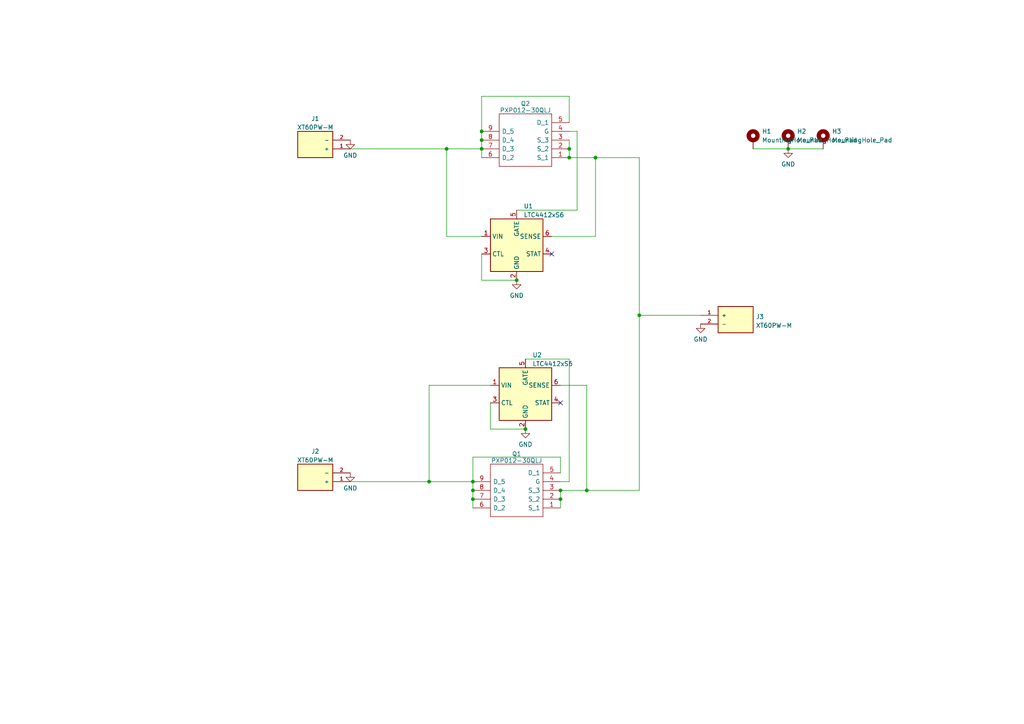
<source format=kicad_sch>
(kicad_sch (version 20230121) (generator eeschema)
  (paper "A4")
  (lib_symbols
    (symbol "Mechanical:MountingHole_Pad" (pin_numbers hide) (pin_names (offset 1.016) hide)
      (property "Reference" "H" (at 0 6.35 0))
      (property "Value" "MountingHole_Pad" (at 0 4.445 0))
      (symbol "MountingHole_Pad_0_1"
        (circle (center 0 1.27) (radius 1.27) (stroke (width 1.27)))
      )
      (symbol "MountingHole_Pad_1_1"
        (pin input line (at 0 -2.54 90) (length 2.54) (name "1") (number "1"))
      )
    )
    (symbol "Power_Management:LTC4412xS6"
      (property "Reference" "U" (at -6.35 8.89 0))
      (property "Value" "LTC4412xS6" (at 6.35 8.89 0))
      (symbol "LTC4412xS6_0_1"
        (rectangle (start -7.62 7.62) (end 7.62 -7.62) (stroke (width 0.254)) (fill (type background)))
      )
      (symbol "LTC4412xS6_1_1"
        (pin power_in line (at -10.16 2.54 0) (length 2.54) (name "VIN") (number "1"))
        (pin power_in line (at 0 -10.16 90) (length 2.54) (name "GND") (number "2"))
        (pin input line (at -10.16 -2.54 0) (length 2.54) (name "CTL") (number "3"))
        (pin open_collector line (at 10.16 -2.54 180) (length 2.54) (name "STAT") (number "4"))
        (pin output line (at 0 10.16 270) (length 2.54) (name "GATE") (number "5"))
        (pin input line (at 10.16 2.54 180) (length 2.54) (name "SENSE") (number "6"))
      )
    )
    (symbol "iclr:PXP012-30QLJ" (pin_names (offset 0.762))
      (property "Reference" "Q" (at 21.59 7.62 0))
      (property "Value" "PXP012-30QLJ" (at 21.59 5.08 0))
      (symbol "PXP012-30QLJ_0_0"
        (pin passive line (at 0 0 0) (length 5.08) (name "S_1") (number "1"))
        (pin passive line (at 0 -2.54 0) (length 5.08) (name "S_2") (number "2"))
        (pin passive line (at 0 -5.08 0) (length 5.08) (name "S_3") (number "3"))
        (pin passive line (at 0 -7.62 0) (length 5.08) (name "G") (number "4"))
        (pin passive line (at 0 -10.16 0) (length 5.08) (name "D_1") (number "5"))
        (pin passive line (at 25.4 0 180) (length 5.08) (name "D_2") (number "6"))
        (pin passive line (at 25.4 -2.54 180) (length 5.08) (name "D_3") (number "7"))
        (pin passive line (at 25.4 -5.08 180) (length 5.08) (name "D_4") (number "8"))
        (pin passive line (at 25.4 -7.62 180) (length 5.08) (name "D_5") (number "9"))
      )
      (symbol "PXP012-30QLJ_0_1"
        (polyline (pts (xy 5.08 2.54) (xy 20.32 2.54) (xy 20.32 -12.7) (xy 5.08 -12.7) (xy 5.08 2.54)) (stroke (width 0.1524)))
      )
    )
    (symbol "iclr:XT60PW-M" (pin_names (offset 1.016))
      (property "Reference" "J" (at -5.08 5.7234 0))
      (property "Value" "XT60PW-M" (at -5.08 -5.0923 0))
      (symbol "XT60PW-M_0_0"
        (rectangle (start -5.08 -2.54) (end 5.08 5.08) (stroke (width 0.254)) (fill (type background)))
        (pin passive line (at -10.16 2.54 0) (length 5.08) (name "+") (number "1"))
        (pin passive line (at -10.16 0 0) (length 5.08) (name "-") (number "2"))
      )
    )
    (symbol "power:GND" (power) (pin_names (offset 0))
      (property "Value" "GND" (at 0 -3.81 0))
      (symbol "GND_0_1"
        (polyline (pts (xy 0 0) (xy 0 -1.27) (xy 1.27 -1.27) (xy 0 -2.54) (xy -1.27 -1.27) (xy 0 -1.27)))
      )
      (symbol "GND_1_1"
        (pin power_in line (at 0 0 270) (length 0) hide (name "GND") (number "1"))
      )
    )
  )
  (junction (at 139.7 40.64))
  (junction (at 137.16 139.7))
  (junction (at 139.7 43.18))
  (junction (at 137.16 142.24))
  (junction (at 162.56 142.24))
  (junction (at 228.6 43.18))
  (junction (at 172.72 45.72))
  (junction (at 149.86 81.28))
  (junction (at 165.1 45.72))
  (junction (at 124.46 139.7))
  (junction (at 129.54 43.18))
  (junction (at 165.1 43.18))
  (junction (at 185.42 91.44))
  (junction (at 170.18 142.24))
  (junction (at 162.56 144.78))
  (junction (at 137.16 144.78))
  (junction (at 152.4 124.46))
  (junction (at 139.7 38.1))
  (no_connect (at 160.02 73.66))
  (no_connect (at 162.56 116.84))
  (wire (pts (xy 165.1 27.94) (xy 165.1 35.56)))
  (wire (pts (xy 172.72 45.72) (xy 185.42 45.72)))
  (wire (pts (xy 160.02 68.58) (xy 172.72 68.58)))
  (wire (pts (xy 139.7 68.58) (xy 129.54 68.58)))
  (wire (pts (xy 218.44 43.18) (xy 228.6 43.18)))
  (wire (pts (xy 142.24 116.84) (xy 142.24 124.46)))
  (wire (pts (xy 185.42 91.44) (xy 185.42 142.24)))
  (wire (pts (xy 101.6 139.7) (xy 124.46 139.7)))
  (wire (pts (xy 139.7 27.94) (xy 165.1 27.94)))
  (wire (pts (xy 185.42 45.72) (xy 185.42 91.44)))
  (wire (pts (xy 124.46 111.76) (xy 142.24 111.76)))
  (wire (pts (xy 152.4 104.14) (xy 165.1 104.14)))
  (wire (pts (xy 165.1 40.64) (xy 165.1 43.18)))
  (wire (pts (xy 139.7 40.64) (xy 139.7 43.18)))
  (wire (pts (xy 172.72 68.58) (xy 172.72 45.72)))
  (wire (pts (xy 170.18 111.76) (xy 170.18 142.24)))
  (wire (pts (xy 165.1 45.72) (xy 172.72 45.72)))
  (wire (pts (xy 170.18 142.24) (xy 185.42 142.24)))
  (wire (pts (xy 167.386 38.1) (xy 167.386 60.96)))
  (wire (pts (xy 137.16 144.78) (xy 137.16 147.32)))
  (wire (pts (xy 185.42 91.44) (xy 203.2 91.44)))
  (wire (pts (xy 139.7 43.18) (xy 139.7 45.72)))
  (wire (pts (xy 162.56 139.7) (xy 165.1 139.7)))
  (wire (pts (xy 165.1 43.18) (xy 165.1 45.72)))
  (wire (pts (xy 124.46 111.76) (xy 124.46 139.7)))
  (wire (pts (xy 137.16 139.7) (xy 137.16 142.24)))
  (wire (pts (xy 124.46 139.7) (xy 137.16 139.7)))
  (wire (pts (xy 142.24 124.46) (xy 152.4 124.46)))
  (wire (pts (xy 101.6 43.18) (xy 129.54 43.18)))
  (wire (pts (xy 162.56 137.16) (xy 162.56 132.588)))
  (wire (pts (xy 139.7 38.1) (xy 139.7 40.64)))
  (wire (pts (xy 165.1 38.1) (xy 167.386 38.1)))
  (wire (pts (xy 167.386 60.96) (xy 149.86 60.96)))
  (wire (pts (xy 129.54 68.58) (xy 129.54 43.18)))
  (wire (pts (xy 137.16 142.24) (xy 137.16 144.78)))
  (wire (pts (xy 162.56 144.78) (xy 162.56 147.32)))
  (wire (pts (xy 162.56 111.76) (xy 170.18 111.76)))
  (wire (pts (xy 137.16 132.588) (xy 137.16 139.7)))
  (wire (pts (xy 162.56 142.24) (xy 170.18 142.24)))
  (wire (pts (xy 129.54 43.18) (xy 139.7 43.18)))
  (wire (pts (xy 228.6 43.18) (xy 238.76 43.18)))
  (wire (pts (xy 139.7 73.66) (xy 139.7 81.28)))
  (wire (pts (xy 162.56 142.24) (xy 162.56 144.78)))
  (wire (pts (xy 165.1 139.7) (xy 165.1 104.14)))
  (wire (pts (xy 162.56 132.588) (xy 137.16 132.588)))
  (wire (pts (xy 139.7 38.1) (xy 139.7 27.94)))
  (wire (pts (xy 139.7 81.28) (xy 149.86 81.28)))
  (symbol (lib_id "Power_Management:LTC4412xS6") (at 152.4 114.3 0) (unit 1)
    (property "Reference" "U2" (at 154.4194 102.9802 0) (effects (justify left)))
    (property "Value" "LTC4412xS6" (at 154.4194 105.5171 0) (effects (justify left)))
    (property "Footprint" "Package_TO_SOT_SMD:TSOT-23-6" (effects hide))
    (property "Datasheet" "https://www.analog.com/media/en/technical-documentation/data-sheets/4412fb.pdf" (effects hide))
  )
  (symbol (lib_id "power:GND") (at 101.6 40.64 0) (unit 1)
    (property "Reference" "#PWR0101" (effects hide))
    (property "Value" "GND" (at 101.6 45.0834 0))
  )
  (symbol (lib_id "iclr:PXP012-30QLJ") (at 162.56 147.32 180) (unit 1)
    (property "Reference" "Q1" (at 149.86 131.6609 0))
    (property "Value" "PXP012-30QLJ" (at 149.86 133.5819 0))
    (property "Footprint" "iclr:PXP01230QLJ" (effects hide))
    (property "Datasheet" "https://assets.nexperia.com/documents/data-sheet/PXP012-30QL.pdf" (effects hide))
    (property "Description" "P-channel enhancement mode Field-Effect Transistor (FET) in an MLPAK33 (SOT8002) Surface-Mounted Device (SMD) plastic package using Trench MOSFET technology." (effects hide))
    (property "Height" "0.9" (effects hide))
    (property "Manufacturer_Name" "Nexperia" (effects hide))
    (property "Manufacturer_Part_Number" "PXP012-30QLJ" (effects hide))
    (property "Mouser Part Number" "771-PXP012-30QLJ" (effects hide))
    (property "Mouser Price/Stock" "https://www.mouser.co.uk/ProductDetail/Nexperia/PXP012-30QLJ?qs=MyNHzdoqoQJZrENr6odxAg%3D%3D" (effects hide))
  )
  (symbol (lib_id "power:GND") (at 101.6 137.16 0) (unit 1)
    (property "Reference" "#PWR0104" (effects hide))
    (property "Value" "GND" (at 101.6 141.6034 0))
  )
  (symbol (lib_id "Mechanical:MountingHole_Pad") (at 228.6 40.64 0) (unit 1)
    (property "Reference" "H2" (at 231.14 38.0999 0) (effects (justify left)))
    (property "Value" "MountingHole_Pad" (at 231.14 40.6399 0) (effects (justify left)))
    (property "Footprint" "MountingHole:MountingHole_3.2mm_M3_DIN965_Pad" (effects hide))
  )
  (symbol (lib_id "Mechanical:MountingHole_Pad") (at 218.44 40.64 0) (unit 1)
    (property "Reference" "H1" (at 220.98 38.0999 0) (effects (justify left)))
    (property "Value" "MountingHole_Pad" (at 220.98 40.6399 0) (effects (justify left)))
    (property "Footprint" "MountingHole:MountingHole_3.2mm_M3_DIN965_Pad" (effects hide))
  )
  (symbol (lib_id "power:GND") (at 149.86 81.28 0) (unit 1)
    (property "Reference" "#PWR0102" (effects hide))
    (property "Value" "GND" (at 149.86 85.7234 0))
  )
  (symbol (lib_id "iclr:XT60PW-M") (at 213.36 93.98 0) (unit 1)
    (property "Reference" "J3" (at 219.202 91.8753 0) (effects (justify left)))
    (property "Value" "XT60PW-M" (at 219.202 94.4122 0) (effects (justify left)))
    (property "Footprint" "iclr:AMASS_XT60PW-M" (effects hide))
    (property "STANDARD" "Manufacturer recommendations" (effects hide))
    (property "MANUFACTURER" "AMASS" (effects hide))
    (property "PARTREV" "V1.2" (effects hide))
    (property "MAXIMUM_PACKAGE_HEIGHT" "8.4 mm" (effects hide))
  )
  (symbol (lib_id "power:GND") (at 203.2 93.98 0) (unit 1)
    (property "Reference" "#PWR0105" (effects hide))
    (property "Value" "GND" (at 203.2 98.4234 0))
  )
  (symbol (lib_id "Power_Management:LTC4412xS6") (at 149.86 71.12 0) (unit 1)
    (property "Reference" "U1" (at 151.8794 59.8002 0) (effects (justify left)))
    (property "Value" "LTC4412xS6" (at 151.8794 62.3371 0) (effects (justify left)))
    (property "Footprint" "Package_TO_SOT_SMD:TSOT-23-6" (effects hide))
    (property "Datasheet" "https://www.analog.com/media/en/technical-documentation/data-sheets/4412fb.pdf" (effects hide))
  )
  (symbol (lib_id "iclr:XT60PW-M") (at 91.44 137.16 180) (unit 1)
    (property "Reference" "J2" (at 91.44 130.9202 0))
    (property "Value" "XT60PW-M" (at 91.44 133.4571 0))
    (property "Footprint" "iclr:AMASS_XT60PW-M" (effects hide))
    (property "STANDARD" "Manufacturer recommendations" (effects hide))
    (property "MANUFACTURER" "AMASS" (effects hide))
    (property "PARTREV" "V1.2" (effects hide))
    (property "MAXIMUM_PACKAGE_HEIGHT" "8.4 mm" (effects hide))
  )
  (symbol (lib_id "iclr:XT60PW-M") (at 91.44 40.64 180) (unit 1)
    (property "Reference" "J1" (at 91.44 34.4002 0))
    (property "Value" "XT60PW-M" (at 91.44 36.9371 0))
    (property "Footprint" "iclr:AMASS_XT60PW-M" (effects hide))
    (property "STANDARD" "Manufacturer recommendations" (effects hide))
    (property "MANUFACTURER" "AMASS" (effects hide))
    (property "PARTREV" "V1.2" (effects hide))
    (property "MAXIMUM_PACKAGE_HEIGHT" "8.4 mm" (effects hide))
  )
  (symbol (lib_id "iclr:PXP012-30QLJ") (at 165.1 45.72 180) (unit 1)
    (property "Reference" "Q2" (at 152.4 30.0609 0))
    (property "Value" "PXP012-30QLJ" (at 152.4 31.9819 0))
    (property "Footprint" "iclr:PXP01230QLJ" (effects hide))
    (property "Datasheet" "https://assets.nexperia.com/documents/data-sheet/PXP012-30QL.pdf" (effects hide))
    (property "Description" "P-channel enhancement mode Field-Effect Transistor (FET) in an MLPAK33 (SOT8002) Surface-Mounted Device (SMD) plastic package using Trench MOSFET technology." (effects hide))
    (property "Height" "0.9" (effects hide))
    (property "Manufacturer_Name" "Nexperia" (effects hide))
    (property "Manufacturer_Part_Number" "PXP012-30QLJ" (effects hide))
    (property "Mouser Part Number" "771-PXP012-30QLJ" (effects hide))
    (property "Mouser Price/Stock" "https://www.mouser.co.uk/ProductDetail/Nexperia/PXP012-30QLJ?qs=MyNHzdoqoQJZrENr6odxAg%3D%3D" (effects hide))
  )
  (symbol (lib_id "power:GND") (at 152.4 124.46 0) (unit 1)
    (property "Reference" "#PWR0103" (effects hide))
    (property "Value" "GND" (at 152.4 128.9034 0))
  )
  (symbol (lib_id "power:GND") (at 228.6 43.18 0) (unit 1)
    (property "Reference" "#PWR0106" (effects hide))
    (property "Value" "GND" (at 228.6 47.6234 0))
  )
  (symbol (lib_id "Mechanical:MountingHole_Pad") (at 238.76 40.64 0) (unit 1)
    (property "Reference" "H3" (at 241.3 38.0999 0) (effects (justify left)))
    (property "Value" "MountingHole_Pad" (at 241.3 40.6399 0) (effects (justify left)))
    (property "Footprint" "MountingHole:MountingHole_3.2mm_M3_DIN965_Pad" (effects hide))
  )
)
</source>
